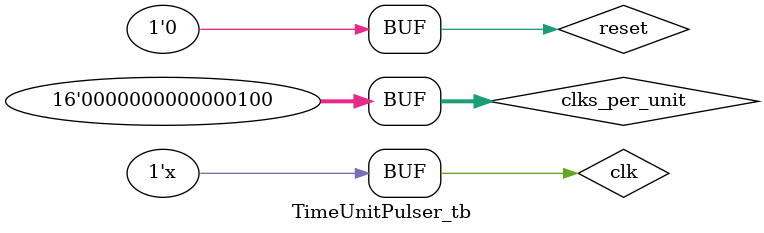
<source format=sv>
module TimeUnitPulser #(parameter N = 16) ( // 2^N = time unit max val, in clock cycles
  output logic unit_pulse, 
  input [N-1:0] clks_per_unit,
  input clk, 
  input reset);

logic [N-1:0] count;
logic [N-1:0] count_p1;

assign count_p1 = count + 1;

always @(posedge clk, posedge reset) begin
  if (reset == 1) begin
    count <= 1;
    unit_pulse <= 0;
  end
  else begin
    if (count >= clks_per_unit) begin
      unit_pulse <= 1;
      count <= 1;
    end
    else begin
      unit_pulse <= 0; 
      count <= count_p1;
    end
  end
end

endmodule


module TimeUnitPulser_tb;

parameter N = 16;

logic unit_pulse;
logic[N-1:0] clks_per_unit = 'D4;
logic clk;
logic reset;

parameter Tclk = 10;

always #(Tclk/2) clk = ~clk;

initial begin
  clk = 0;
  #(Tclk) reset = 1;
  #(Tclk) reset = 0;
end

TimeUnitPulser dut(.*);

endmodule


</source>
